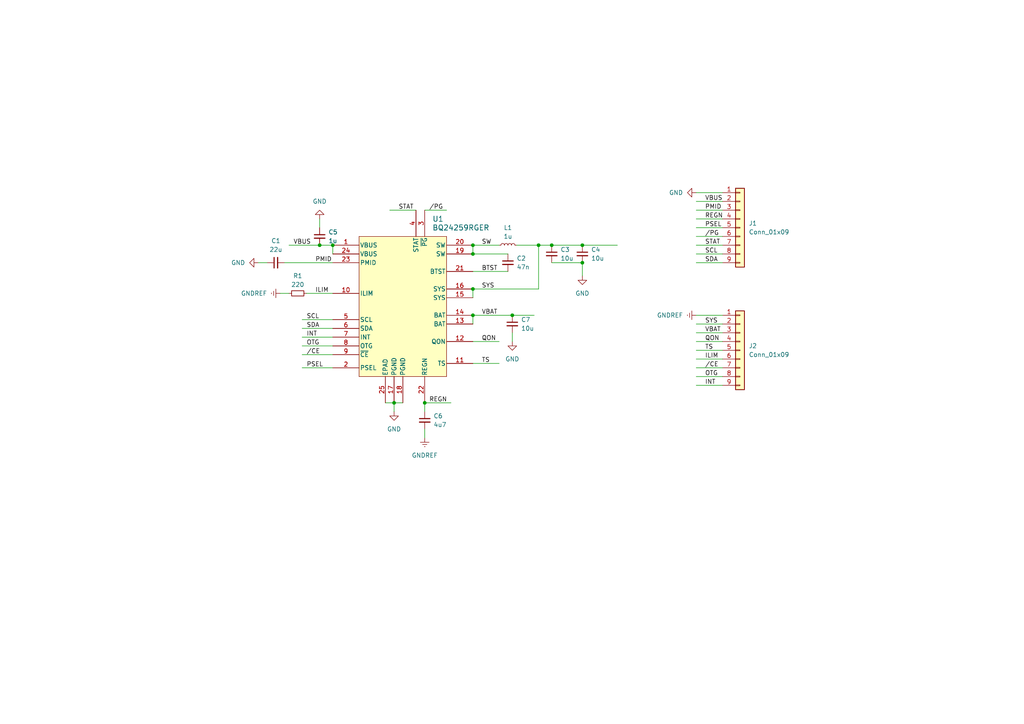
<source format=kicad_sch>
(kicad_sch (version 20230121) (generator eeschema)
  (paper "A4")
  (lib_symbols
    (symbol "Connector_Generic:Conn_01x09" (pin_names (offset 1.016) hide)
      (property "Reference" "J" (at 0 12.7 0))
      (property "Value" "Conn_01x09" (at 0 -12.7 0))
      (symbol "Conn_01x09_1_1"
        (rectangle (start -1.27 -10.033) (end 0 -10.287) (stroke (width 0.1524)))
        (rectangle (start -1.27 -7.493) (end 0 -7.747) (stroke (width 0.1524)))
        (rectangle (start -1.27 -4.953) (end 0 -5.207) (stroke (width 0.1524)))
        (rectangle (start -1.27 -2.413) (end 0 -2.667) (stroke (width 0.1524)))
        (rectangle (start -1.27 0.127) (end 0 -0.127) (stroke (width 0.1524)))
        (rectangle (start -1.27 2.667) (end 0 2.413) (stroke (width 0.1524)))
        (rectangle (start -1.27 5.207) (end 0 4.953) (stroke (width 0.1524)))
        (rectangle (start -1.27 7.747) (end 0 7.493) (stroke (width 0.1524)))
        (rectangle (start -1.27 10.287) (end 0 10.033) (stroke (width 0.1524)))
        (rectangle (start -1.27 11.43) (end 1.27 -11.43) (stroke (width 0.254)) (fill (type background)))
        (pin passive line (at -5.08 10.16 0) (length 3.81) (name "Pin_1") (number "1"))
        (pin passive line (at -5.08 7.62 0) (length 3.81) (name "Pin_2") (number "2"))
        (pin passive line (at -5.08 5.08 0) (length 3.81) (name "Pin_3") (number "3"))
        (pin passive line (at -5.08 2.54 0) (length 3.81) (name "Pin_4") (number "4"))
        (pin passive line (at -5.08 0 0) (length 3.81) (name "Pin_5") (number "5"))
        (pin passive line (at -5.08 -2.54 0) (length 3.81) (name "Pin_6") (number "6"))
        (pin passive line (at -5.08 -5.08 0) (length 3.81) (name "Pin_7") (number "7"))
        (pin passive line (at -5.08 -7.62 0) (length 3.81) (name "Pin_8") (number "8"))
        (pin passive line (at -5.08 -10.16 0) (length 3.81) (name "Pin_9") (number "9"))
      )
    )
    (symbol "Device:C_Small" (pin_numbers hide) (pin_names (offset 0.254) hide)
      (property "Reference" "C" (at 0.254 1.778 0))
      (property "Value" "C_Small" (at 0.254 -2.032 0))
      (symbol "C_Small_0_1"
        (polyline (pts (xy -1.524 -0.508) (xy 1.524 -0.508)) (stroke (width 0.3302)))
        (polyline (pts (xy -1.524 0.508) (xy 1.524 0.508)) (stroke (width 0.3048)))
      )
      (symbol "C_Small_1_1"
        (pin passive line (at 0 2.54 270) (length 2.032) (name "~") (number "1"))
        (pin passive line (at 0 -2.54 90) (length 2.032) (name "~") (number "2"))
      )
    )
    (symbol "Device:L_Small" (pin_numbers hide) (pin_names (offset 0.254) hide)
      (property "Reference" "L" (at 0.762 1.016 0))
      (property "Value" "L_Small" (at 0.762 -1.016 0))
      (symbol "L_Small_0_1"
        (arc (start 0 -2.032) (mid 0.5058 -1.524) (end 0 -1.016))
        (arc (start 0 -1.016) (mid 0.5058 -0.508) (end 0 0))
        (arc (start 0 0) (mid 0.5058 0.508) (end 0 1.016))
        (arc (start 0 1.016) (mid 0.5058 1.524) (end 0 2.032))
      )
      (symbol "L_Small_1_1"
        (pin passive line (at 0 2.54 270) (length 0.508) (name "~") (number "1"))
        (pin passive line (at 0 -2.54 90) (length 0.508) (name "~") (number "2"))
      )
    )
    (symbol "Device:R_Small" (pin_numbers hide) (pin_names (offset 0.254) hide)
      (property "Reference" "R" (at 0.762 0.508 0))
      (property "Value" "R_Small" (at 0.762 -1.016 0))
      (symbol "R_Small_0_1"
        (rectangle (start -0.762 1.778) (end 0.762 -1.778) (stroke (width 0.2032)))
      )
      (symbol "R_Small_1_1"
        (pin passive line (at 0 2.54 270) (length 0.762) (name "~") (number "1"))
        (pin passive line (at 0 -2.54 90) (length 0.762) (name "~") (number "2"))
      )
    )
    (symbol "Project_Components:BQ24259RGER" (pin_names (offset 0.254))
      (property "Reference" "U" (at 20.32 -10.16 0))
      (property "Value" "BQ24259RGER" (at 20.32 -12.7 0))
      (symbol "BQ24259RGER_0_1"
        (pin power_in line (at 0 2.54 0) (length 7.62) (name "VBUS") (number "1"))
        (pin input line (at 0 -11.43 0) (length 7.62) (name "ILIM") (number "10"))
        (pin input line (at 40.64 -31.75 180) (length 7.62) (name "TS") (number "11"))
        (pin input line (at 40.64 -25.4 180) (length 7.62) (name "QON") (number "12"))
        (pin input line (at 40.64 -12.7 180) (length 7.62) (name "SYS") (number "15"))
        (pin input line (at 40.64 -10.16 180) (length 7.62) (name "SYS") (number "16"))
        (pin power_in line (at 17.78 -43.18 90) (length 7.62) (name "PGND") (number "17"))
        (pin power_in line (at 20.32 -43.18 90) (length 7.62) (name "PGND") (number "18"))
        (pin input line (at 0 -33.02 0) (length 7.62) (name "PSEL") (number "2"))
        (pin output line (at 0 -2.54 0) (length 7.62) (name "PMID") (number "23"))
        (pin power_in line (at 0 0 0) (length 7.62) (name "VBUS") (number "24"))
        (pin input line (at 0 -19.05 0) (length 7.62) (name "SCL") (number "5"))
        (pin bidirectional line (at 0 -21.59 0) (length 7.62) (name "SDA") (number "6"))
        (pin output line (at 0 -24.13 0) (length 7.62) (name "INT") (number "7"))
        (pin input line (at 0 -26.67 0) (length 7.62) (name "OTG") (number "8"))
      )
      (symbol "BQ24259RGER_1_1"
        (rectangle (start 7.62 5.08) (end 33.02 -35.56) (fill (type background)))
        (pin power_out line (at 40.64 -20.32 180) (length 7.62) (name "BAT") (number "13"))
        (pin power_out line (at 40.64 -17.78 180) (length 7.62) (name "BAT") (number "14"))
        (pin power_out line (at 40.64 0 180) (length 7.62) (name "SW") (number "19"))
        (pin power_out line (at 40.64 2.54 180) (length 7.62) (name "SW") (number "20"))
        (pin input line (at 40.64 -5.08 180) (length 7.62) (name "BTST") (number "21"))
        (pin output line (at 26.67 -43.18 90) (length 7.62) (name "REGN") (number "22"))
        (pin passive line (at 15.24 -43.18 90) (length 7.62) (name "EPAD") (number "25"))
        (pin open_collector line (at 26.67 12.7 270) (length 7.62) (name "~{PG}") (number "3"))
        (pin open_collector line (at 24.13 12.7 270) (length 7.62) (name "STAT") (number "4"))
        (pin input line (at 0 -29.21 0) (length 7.62) (name "~{CE}") (number "9"))
      )
    )
    (symbol "power:GND" (power) (pin_names (offset 0))
      (property "Value" "GND" (at 0 -3.81 0))
      (symbol "GND_0_1"
        (polyline (pts (xy 0 0) (xy 0 -1.27) (xy 1.27 -1.27) (xy 0 -2.54) (xy -1.27 -1.27) (xy 0 -1.27)))
      )
      (symbol "GND_1_1"
        (pin power_in line (at 0 0 270) (length 0) hide (name "GND") (number "1"))
      )
    )
    (symbol "power:GNDREF" (power) (pin_names (offset 0))
      (property "Value" "GNDREF" (at 0 -3.81 0))
      (symbol "GNDREF_0_1"
        (polyline (pts (xy -0.635 -1.905) (xy 0.635 -1.905)))
        (polyline (pts (xy -0.127 -2.54) (xy 0.127 -2.54)))
        (polyline (pts (xy 0 -1.27) (xy 0 0)))
        (polyline (pts (xy 1.27 -1.27) (xy -1.27 -1.27)))
      )
      (symbol "GNDREF_1_1"
        (pin power_in line (at 0 0 270) (length 0) hide (name "GNDREF") (number "1"))
      )
    )
  )
  (junction (at 168.91 76.2))
  (junction (at 137.16 83.82))
  (junction (at 137.16 91.44))
  (junction (at 148.59 91.44))
  (junction (at 160.02 71.12))
  (junction (at 114.3 116.84))
  (junction (at 92.71 71.12))
  (junction (at 156.21 71.12))
  (junction (at 168.91 71.12))
  (junction (at 137.16 73.66))
  (junction (at 96.52 71.12))
  (junction (at 137.16 71.12))
  (junction (at 123.19 116.84))
  (wire (pts (xy 87.63 92.71) (xy 96.52 92.71)))
  (wire (pts (xy 201.93 76.2) (xy 209.55 76.2)))
  (wire (pts (xy 92.71 71.12) (xy 96.52 71.12)))
  (wire (pts (xy 87.63 100.33) (xy 96.52 100.33)))
  (wire (pts (xy 137.16 78.74) (xy 147.32 78.74)))
  (wire (pts (xy 201.93 63.5) (xy 209.55 63.5)))
  (wire (pts (xy 113.03 60.96) (xy 120.65 60.96)))
  (wire (pts (xy 201.93 73.66) (xy 209.55 73.66)))
  (wire (pts (xy 137.16 73.66) (xy 147.32 73.66)))
  (wire (pts (xy 123.19 116.84) (xy 130.81 116.84)))
  (wire (pts (xy 201.93 58.42) (xy 209.55 58.42)))
  (wire (pts (xy 201.93 71.12) (xy 209.55 71.12)))
  (wire (pts (xy 201.93 55.88) (xy 209.55 55.88)))
  (wire (pts (xy 74.93 76.2) (xy 77.47 76.2)))
  (wire (pts (xy 201.93 109.22) (xy 209.55 109.22)))
  (wire (pts (xy 87.63 95.25) (xy 96.52 95.25)))
  (wire (pts (xy 201.93 96.52) (xy 209.55 96.52)))
  (wire (pts (xy 168.91 76.2) (xy 168.91 80.01)))
  (wire (pts (xy 137.16 71.12) (xy 144.78 71.12)))
  (wire (pts (xy 123.19 60.96) (xy 129.54 60.96)))
  (wire (pts (xy 87.63 97.79) (xy 96.52 97.79)))
  (wire (pts (xy 137.16 71.12) (xy 137.16 73.66)))
  (wire (pts (xy 156.21 71.12) (xy 149.86 71.12)))
  (wire (pts (xy 123.19 116.84) (xy 123.19 119.38)))
  (wire (pts (xy 137.16 105.41) (xy 144.78 105.41)))
  (wire (pts (xy 201.93 104.14) (xy 209.55 104.14)))
  (wire (pts (xy 137.16 91.44) (xy 137.16 93.98)))
  (wire (pts (xy 201.93 66.04) (xy 209.55 66.04)))
  (wire (pts (xy 88.9 85.09) (xy 96.52 85.09)))
  (wire (pts (xy 111.76 116.84) (xy 114.3 116.84)))
  (wire (pts (xy 168.91 71.12) (xy 179.07 71.12)))
  (wire (pts (xy 114.3 116.84) (xy 114.3 119.38)))
  (wire (pts (xy 160.02 71.12) (xy 168.91 71.12)))
  (wire (pts (xy 148.59 91.44) (xy 154.94 91.44)))
  (wire (pts (xy 201.93 93.98) (xy 209.55 93.98)))
  (wire (pts (xy 137.16 91.44) (xy 148.59 91.44)))
  (wire (pts (xy 81.28 85.09) (xy 83.82 85.09)))
  (wire (pts (xy 87.63 102.87) (xy 96.52 102.87)))
  (wire (pts (xy 201.93 91.44) (xy 209.55 91.44)))
  (wire (pts (xy 201.93 101.6) (xy 209.55 101.6)))
  (wire (pts (xy 137.16 83.82) (xy 156.21 83.82)))
  (wire (pts (xy 156.21 71.12) (xy 160.02 71.12)))
  (wire (pts (xy 92.71 63.5) (xy 92.71 66.04)))
  (wire (pts (xy 201.93 68.58) (xy 209.55 68.58)))
  (wire (pts (xy 83.82 71.12) (xy 92.71 71.12)))
  (wire (pts (xy 201.93 111.76) (xy 209.55 111.76)))
  (wire (pts (xy 148.59 96.52) (xy 148.59 99.06)))
  (wire (pts (xy 201.93 60.96) (xy 209.55 60.96)))
  (wire (pts (xy 160.02 76.2) (xy 168.91 76.2)))
  (wire (pts (xy 96.52 71.12) (xy 96.52 73.66)))
  (wire (pts (xy 123.19 124.46) (xy 123.19 127)))
  (wire (pts (xy 87.63 106.68) (xy 96.52 106.68)))
  (wire (pts (xy 201.93 106.68) (xy 209.55 106.68)))
  (wire (pts (xy 82.55 76.2) (xy 96.52 76.2)))
  (wire (pts (xy 114.3 116.84) (xy 116.84 116.84)))
  (wire (pts (xy 137.16 99.06) (xy 144.78 99.06)))
  (wire (pts (xy 137.16 83.82) (xy 137.16 86.36)))
  (wire (pts (xy 201.93 99.06) (xy 209.55 99.06)))
  (wire (pts (xy 156.21 83.82) (xy 156.21 71.12)))
  (label "{slash}PG" (at 204.47 68.58 0))
  (label "SW" (at 139.7 71.12 0))
  (label "{slash}CE" (at 88.9 102.87 0))
  (label "STAT" (at 115.57 60.96 0))
  (label "ILIM" (at 204.47 104.14 0))
  (label "TS" (at 139.7 105.41 0))
  (label "BTST" (at 139.7 78.74 0))
  (label "SYS" (at 204.47 93.98 0))
  (label "{slash}CE" (at 204.47 106.68 0))
  (label "INT" (at 88.9 97.79 0))
  (label "REGN" (at 204.47 63.5 0))
  (label "{slash}PG" (at 124.46 60.96 0))
  (label "SDA" (at 88.9 95.25 0))
  (label "QON" (at 139.7 99.06 0))
  (label "SYS" (at 139.7 83.82 0))
  (label "SDA" (at 204.47 76.2 0))
  (label "PMID" (at 91.44 76.2 0))
  (label "REGN" (at 124.46 116.84 0))
  (label "OTG" (at 88.9 100.33 0))
  (label "PSEL" (at 204.47 66.04 0))
  (label "PMID" (at 204.47 60.96 0))
  (label "SCL" (at 88.9 92.71 0))
  (label "QON" (at 204.47 99.06 0))
  (label "STAT" (at 204.47 71.12 0))
  (label "VBAT" (at 139.7 91.44 0))
  (label "SCL" (at 204.47 73.66 0))
  (label "PSEL" (at 88.9 106.68 0))
  (label "VBUS" (at 85.09 71.12 0))
  (label "TS" (at 204.47 101.6 0))
  (label "INT" (at 204.47 111.76 0))
  (label "ILIM" (at 91.44 85.09 0))
  (label "OTG" (at 204.47 109.22 0))
  (label "VBUS" (at 204.47 58.42 0))
  (label "VBAT" (at 204.47 96.52 0))
  (symbol (lib_id "power:GNDREF") (at 123.19 127 0) (unit 1)
    (property "Reference" "#PWR06" (effects hide))
    (property "Value" "GNDREF" (at 123.19 132.08 0))
  )
  (symbol (lib_id "power:GNDREF") (at 201.93 91.44 270) (unit 1)
    (property "Reference" "#PWR09" (effects hide))
    (property "Value" "GNDREF" (at 198.12 91.44 90) (effects (justify right)))
  )
  (symbol (lib_id "power:GND") (at 201.93 55.88 270) (unit 1)
    (property "Reference" "#PWR08" (effects hide))
    (property "Value" "GND" (at 198.12 55.88 90) (effects (justify right)))
  )
  (symbol (lib_id "Device:C_Small") (at 168.91 73.66 0) (unit 1)
    (property "Reference" "C4" (at 171.45 72.3963 0) (effects (justify left)))
    (property "Value" "10u" (at 171.45 74.9363 0) (effects (justify left)))
    (property "Footprint" "Capacitor_SMD:C_0402_1005Metric" (effects hide))
  )
  (symbol (lib_id "Device:L_Small") (at 147.32 71.12 90) (unit 1)
    (property "Reference" "L1" (at 147.32 66.04 90))
    (property "Value" "1u" (at 147.32 68.58 90))
    (property "Footprint" "Inductor_SMD:L_Murata_DFE201610P" (effects hide))
  )
  (symbol (lib_id "power:GND") (at 148.59 99.06 0) (unit 1)
    (property "Reference" "#PWR07" (effects hide))
    (property "Value" "GND" (at 148.59 104.14 0))
  )
  (symbol (lib_id "power:GND") (at 74.93 76.2 270) (unit 1)
    (property "Reference" "#PWR03" (effects hide))
    (property "Value" "GND" (at 71.12 76.2 90) (effects (justify right)))
  )
  (symbol (lib_id "Device:C_Small") (at 160.02 73.66 0) (unit 1)
    (property "Reference" "C3" (at 162.56 72.3963 0) (effects (justify left)))
    (property "Value" "10u" (at 162.56 74.9363 0) (effects (justify left)))
    (property "Footprint" "Capacitor_SMD:C_0402_1005Metric" (effects hide))
  )
  (symbol (lib_id "Device:R_Small") (at 86.36 85.09 90) (unit 1)
    (property "Reference" "R1" (at 86.36 80.01 90))
    (property "Value" "220" (at 86.36 82.55 90))
    (property "Footprint" "Resistor_SMD:R_0402_1005Metric" (effects hide))
  )
  (symbol (lib_id "Device:C_Small") (at 123.19 121.92 0) (unit 1)
    (property "Reference" "C6" (at 125.73 120.6563 0) (effects (justify left)))
    (property "Value" "4u7" (at 125.73 123.1963 0) (effects (justify left)))
    (property "Footprint" "Capacitor_SMD:C_0402_1005Metric" (effects hide))
  )
  (symbol (lib_id "Project_Components:BQ24259RGER") (at 96.52 73.66 0) (unit 1)
    (property "Reference" "U1" (at 125.3841 63.5 0) (effects (font (size 1.524 1.524)) (justify left)))
    (property "Value" "BQ24259RGER" (at 125.3841 66.04 0) (effects (font (size 1.524 1.524)) (justify left)))
    (property "Footprint" "Project_Footprints:RGE24_2P7X2P7_TEX" (effects hide))
    (property "Datasheet" "https://www.ti.com/lit/ds/symlink/bq24259.pdf" (effects hide))
  )
  (symbol (lib_id "Device:C_Small") (at 92.71 68.58 0) (unit 1)
    (property "Reference" "C5" (at 95.25 67.3163 0) (effects (justify left)))
    (property "Value" "1u" (at 95.25 69.8563 0) (effects (justify left)))
    (property "Footprint" "Capacitor_SMD:C_0402_1005Metric" (effects hide))
  )
  (symbol (lib_id "Device:C_Small") (at 148.59 93.98 0) (unit 1)
    (property "Reference" "C7" (at 151.13 92.7163 0) (effects (justify left)))
    (property "Value" "10u" (at 151.13 95.2563 0) (effects (justify left)))
    (property "Footprint" "Capacitor_SMD:C_0603_1608Metric" (effects hide))
  )
  (symbol (lib_id "Device:C_Small") (at 80.01 76.2 90) (unit 1)
    (property "Reference" "C1" (at 80.0163 69.85 90))
    (property "Value" "22u" (at 80.0163 72.39 90))
    (property "Footprint" "Capacitor_SMD:C_0603_1608Metric" (effects hide))
  )
  (symbol (lib_id "Connector_Generic:Conn_01x09") (at 214.63 66.04 0) (unit 1)
    (property "Reference" "J1" (at 217.17 64.77 0) (effects (justify left)))
    (property "Value" "Conn_01x09" (at 217.17 67.31 0) (effects (justify left)))
    (property "Footprint" "Connector_PinHeader_2.54mm:PinHeader_1x09_P2.54mm_Vertical" (effects hide))
  )
  (symbol (lib_id "Device:C_Small") (at 147.32 76.2 0) (unit 1)
    (property "Reference" "C2" (at 149.86 74.9363 0) (effects (justify left)))
    (property "Value" "47n" (at 149.86 77.4763 0) (effects (justify left)))
    (property "Footprint" "Capacitor_SMD:C_0402_1005Metric" (effects hide))
  )
  (symbol (lib_id "power:GND") (at 168.91 80.01 0) (unit 1)
    (property "Reference" "#PWR04" (effects hide))
    (property "Value" "GND" (at 168.91 85.09 0))
  )
  (symbol (lib_id "power:GNDREF") (at 81.28 85.09 270) (unit 1)
    (property "Reference" "#PWR02" (effects hide))
    (property "Value" "GNDREF" (at 77.47 85.09 90) (effects (justify right)))
  )
  (symbol (lib_id "Connector_Generic:Conn_01x09") (at 214.63 101.6 0) (unit 1)
    (property "Reference" "J2" (at 217.17 100.33 0) (effects (justify left)))
    (property "Value" "Conn_01x09" (at 217.17 102.87 0) (effects (justify left)))
    (property "Footprint" "Connector_PinHeader_2.54mm:PinHeader_1x09_P2.54mm_Vertical" (effects hide))
  )
  (symbol (lib_id "power:GND") (at 92.71 63.5 180) (unit 1)
    (property "Reference" "#PWR05" (effects hide))
    (property "Value" "GND" (at 92.71 58.42 0))
  )
  (symbol (lib_id "power:GND") (at 114.3 119.38 0) (unit 1)
    (property "Reference" "#PWR01" (effects hide))
    (property "Value" "GND" (at 114.3 124.46 0))
  )
)
</source>
